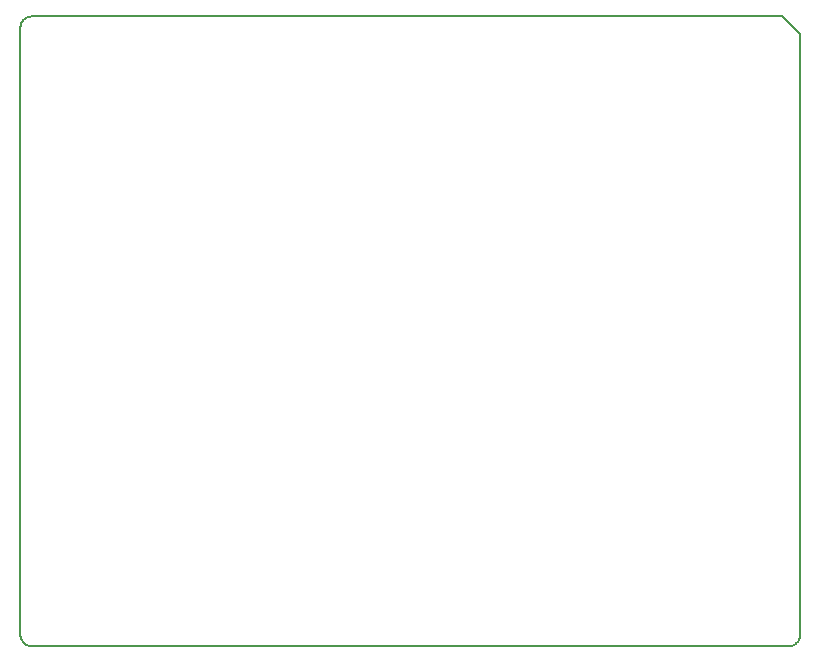
<source format=gbr>
G04 DipTrace 2.4.0.2*
%INBoardOutline.gbr*%
%MOIN*%
%ADD11C,0.0055*%
%FSLAX44Y44*%
G04*
G70*
G90*
G75*
G01*
%LNBoardOutline*%
%LPD*%
X3940Y24546D2*
D11*
X3942Y24588D1*
X3949Y24628D1*
X3959Y24668D1*
X3974Y24707D1*
X3993Y24743D1*
X4015Y24778D1*
X4041Y24810D1*
X4070Y24839D1*
X4102Y24865D1*
X4137Y24887D1*
X4174Y24906D1*
X4212Y24921D1*
X4252Y24932D1*
X4293Y24938D1*
X4334Y24940D1*
X29340D1*
X29940Y24340D1*
Y19840D1*
Y18940D1*
Y4940D1*
Y4334D1*
X29938Y4293D1*
X29932Y4252D1*
X29921Y4212D1*
X29906Y4174D1*
X29887Y4137D1*
X29865Y4102D1*
X29839Y4070D1*
X29810Y4041D1*
X29778Y4015D1*
X29743Y3993D1*
X29707Y3974D1*
X29668Y3959D1*
X29628Y3949D1*
X29588Y3942D1*
X29546Y3940D1*
X4334D1*
X4293Y3942D1*
X4252Y3949D1*
X4212Y3959D1*
X4174Y3974D1*
X4137Y3993D1*
X4102Y4015D1*
X4070Y4041D1*
X4041Y4070D1*
X4015Y4102D1*
X3993Y4137D1*
X3974Y4174D1*
X3959Y4212D1*
X3949Y4252D1*
X3942Y4293D1*
X3940Y4334D1*
Y24546D1*
M02*

</source>
